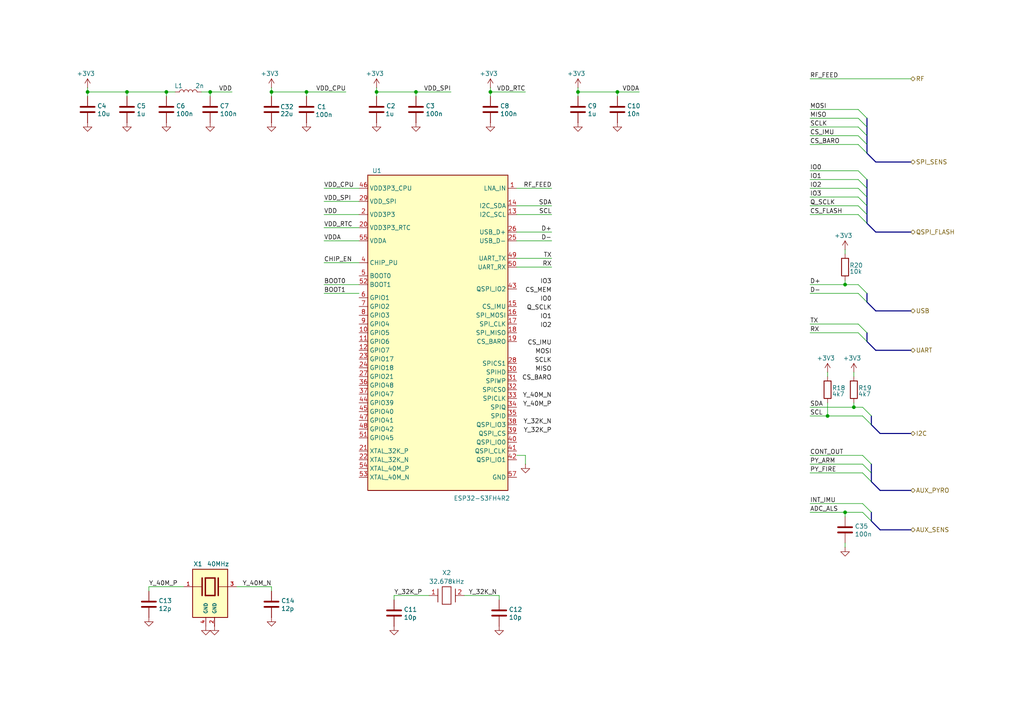
<source format=kicad_sch>
(kicad_sch (version 20250114) (generator "eeschema") (generator_version "9.0")
  (paper "A4")
  (lib_symbols
    (symbol "Device:C" (pin_numbers (hide yes)) (pin_names (offset 0.254))
      (property "Reference" "C" (at 0.635 2.54 0))
      (property "Value" "C" (at 0.635 -2.54 0))
      (symbol "C_0_1"
        (polyline (pts (xy -2.032 0.762) (xy 2.032 0.762)) (stroke (width 0.508)))
        (polyline (pts (xy -2.032 -0.762) (xy 2.032 -0.762)) (stroke (width 0.508)))
      )
      (symbol "C_1_1"
        (pin passive line (at 0 3.81 270) (length 2.794) (name "~") (number "1"))
        (pin passive line (at 0 -3.81 90) (length 2.794) (name "~") (number "2"))
      )
    )
    (symbol "Device:L" (pin_numbers (hide yes)) (pin_names (offset 1.016) (hide yes))
      (property "Reference" "L" (at -1.27 0 90))
      (property "Value" "L" (at 1.905 0 90))
      (symbol "L_0_1"
        (arc (start 0 2.54) (mid 0.6323 1.905) (end 0 1.27))
        (arc (start 0 1.27) (mid 0.6323 0.635) (end 0 0))
        (arc (start 0 0) (mid 0.6323 -0.635) (end 0 -1.27))
        (arc (start 0 -1.27) (mid 0.6323 -1.905) (end 0 -2.54))
      )
      (symbol "L_1_1"
        (pin passive line (at 0 3.81 270) (length 1.27) (name "1") (number "1"))
        (pin passive line (at 0 -3.81 90) (length 1.27) (name "2") (number "2"))
      )
    )
    (symbol "Device:R" (pin_numbers (hide yes)) (pin_names (offset 0))
      (property "Reference" "R" (at 2.032 0 90))
      (property "Value" "R" (at 0 0 90))
      (symbol "R_0_1"
        (rectangle (start -1.016 -2.54) (end 1.016 2.54) (stroke (width 0.254)))
      )
      (symbol "R_1_1"
        (pin passive line (at 0 3.81 270) (length 1.27) (name "~") (number "1"))
        (pin passive line (at 0 -3.81 90) (length 1.27) (name "~") (number "2"))
      )
    )
    (symbol "ModLib:+3V3" (power) (pin_numbers (hide yes)) (pin_names (offset 0) (hide yes))
      (property "Value" "+3V3" (at -0.508 3.556 0))
      (symbol "+3V3_0_1"
        (polyline (pts (xy -0.762 1.27) (xy 0 2.54)))
        (polyline (pts (xy 0 2.54) (xy 0.762 1.27)))
        (polyline (pts (xy 0 0) (xy 0 2.54)))
      )
      (symbol "+3V3_1_1"
        (pin power_in line (at 0 0 90) (length 0) (name "~") (number "1"))
      )
    )
    (symbol "ModLib:ESP32-S3"
      (property "Reference" "U1" (at -19.05 55.88 0))
      (property "Value" "ESP32-S3FH4R2" (at 4.572 -39.116 0))
      (symbol "ESP32-S3_0_1"
        (rectangle (start -20.32 54.61) (end 20.32 -36.83) (stroke (width 0.254)) (fill (type background)))
      )
      (symbol "ESP32-S3_1_0"
        (pin passive line (at -22.86 35.56 0) (length 2.54) (hide yes) (name "VDDA") (number "56"))
        (pin bidirectional line (at -22.86 -6.35 0) (length 2.54) (name "GPIO48") (number "36"))
        (pin bidirectional line (at -22.86 -13.97 0) (length 2.54) (name "GPIO40") (number "45"))
        (pin bidirectional line (at -22.86 -21.59 0) (length 2.54) (name "GPIO45") (number "51"))
      )
      (symbol "ESP32-S3_1_1"
        (pin power_in line (at -22.86 50.8 0) (length 2.54) (name "VDD3P3_CPU") (number "46"))
        (pin power_in line (at -22.86 46.99 0) (length 2.54) (name "VDD_SPI") (number "29"))
        (pin power_in line (at -22.86 43.18 0) (length 2.54) (name "VDD3P3") (number "2"))
        (pin passive line (at -22.86 43.18 0) (length 2.54) (hide yes) (name "VDD3P3") (number "3"))
        (pin power_in line (at -22.86 39.37 0) (length 2.54) (name "VDD3P3_RTC") (number "20"))
        (pin power_in line (at -22.86 35.56 0) (length 2.54) (name "VDDA") (number "55"))
        (pin input line (at -22.86 29.21 0) (length 2.54) (name "CHIP_PU") (number "4"))
        (pin bidirectional line (at -22.86 25.4 0) (length 2.54) (name "BOOT0") (number "5"))
        (pin bidirectional line (at -22.86 22.86 0) (length 2.54) (name "BOOT1") (number "52"))
        (pin bidirectional line (at -22.86 19.05 0) (length 2.54) (name "GPIO1") (number "6"))
        (pin bidirectional line (at -22.86 16.51 0) (length 2.54) (name "GPIO2") (number "7"))
        (pin bidirectional line (at -22.86 13.97 0) (length 2.54) (name "GPIO3") (number "8"))
        (pin bidirectional line (at -22.86 11.43 0) (length 2.54) (name "GPIO4") (number "9"))
        (pin bidirectional line (at -22.86 8.89 0) (length 2.54) (name "GPIO5") (number "10"))
        (pin bidirectional line (at -22.86 6.35 0) (length 2.54) (name "GPIO6") (number "11"))
        (pin bidirectional line (at -22.86 3.81 0) (length 2.54) (name "GPIO7") (number "12"))
        (pin bidirectional line (at -22.86 1.27 0) (length 2.54) (name "GPIO17") (number "23"))
        (pin bidirectional line (at -22.86 -1.27 0) (length 2.54) (name "GPIO18") (number "24"))
        (pin bidirectional line (at -22.86 -3.81 0) (length 2.54) (name "GPIO21") (number "27"))
        (pin bidirectional line (at -22.86 -8.89 0) (length 2.54) (name "GPIO47") (number "37"))
        (pin bidirectional line (at -22.86 -11.43 0) (length 2.54) (name "GPIO39") (number "44"))
        (pin bidirectional line (at -22.86 -16.51 0) (length 2.54) (name "GPIO41") (number "47"))
        (pin bidirectional line (at -22.86 -19.05 0) (length 2.54) (name "GPIO42") (number "48"))
        (pin passive line (at -22.86 -25.4 0) (length 2.54) (name "XTAL_32K_P") (number "21"))
        (pin passive line (at -22.86 -27.94 0) (length 2.54) (name "XTAL_32K_N") (number "22"))
        (pin input line (at -22.86 -30.48 0) (length 2.54) (name "XTAL_40M_P") (number "54"))
        (pin output line (at -22.86 -33.02 0) (length 2.54) (name "XTAL_40M_N") (number "53"))
        (pin bidirectional line (at 22.86 50.8 180) (length 2.54) (name "LNA_IN") (number "1"))
        (pin bidirectional line (at 22.86 45.72 180) (length 2.54) (name "I2C_SDA") (number "14"))
        (pin bidirectional line (at 22.86 43.18 180) (length 2.54) (name "I2C_SCL") (number "13"))
        (pin bidirectional line (at 22.86 38.1 180) (length 2.54) (name "USB_D+") (number "26"))
        (pin bidirectional line (at 22.86 35.56 180) (length 2.54) (name "USB_D-") (number "25"))
        (pin bidirectional line (at 22.86 30.48 180) (length 2.54) (name "UART_TX") (number "49"))
        (pin bidirectional line (at 22.86 27.94 180) (length 2.54) (name "UART_RX") (number "50"))
        (pin bidirectional line (at 22.86 21.59 180) (length 2.54) (name "QSPI_IO2") (number "43"))
        (pin bidirectional line (at 22.86 16.51 180) (length 2.54) (name "CS_IMU") (number "15"))
        (pin bidirectional line (at 22.86 13.97 180) (length 2.54) (name "SPI_MOSI") (number "16"))
        (pin bidirectional line (at 22.86 11.43 180) (length 2.54) (name "SPI_CLK") (number "17"))
        (pin bidirectional line (at 22.86 8.89 180) (length 2.54) (name "SPI_MISO") (number "18"))
        (pin bidirectional line (at 22.86 6.35 180) (length 2.54) (name "CS_BARO") (number "19"))
        (pin bidirectional line (at 22.86 0 180) (length 2.54) (name "SPICS1") (number "28"))
        (pin bidirectional line (at 22.86 -2.54 180) (length 2.54) (name "SPIHD") (number "30"))
        (pin bidirectional line (at 22.86 -5.08 180) (length 2.54) (name "SPIWP") (number "31"))
        (pin bidirectional line (at 22.86 -7.62 180) (length 2.54) (name "SPICS0") (number "32"))
        (pin bidirectional line (at 22.86 -10.16 180) (length 2.54) (name "SPICLK") (number "33"))
        (pin bidirectional line (at 22.86 -12.7 180) (length 2.54) (name "SPIQ") (number "34"))
        (pin bidirectional line (at 22.86 -15.24 180) (length 2.54) (name "SPID") (number "35"))
        (pin bidirectional line (at 22.86 -17.78 180) (length 2.54) (name "QSPI_IO3") (number "38"))
        (pin bidirectional line (at 22.86 -20.32 180) (length 2.54) (name "QSPI_CS") (number "39"))
        (pin bidirectional line (at 22.86 -22.86 180) (length 2.54) (name "QSPI_IO0") (number "40"))
        (pin bidirectional line (at 22.86 -25.4 180) (length 2.54) (name "QSPI_CLK") (number "41"))
        (pin bidirectional line (at 22.86 -27.94 180) (length 2.54) (name "QSPI_IO1") (number "42"))
        (pin power_in line (at 22.86 -33.02 180) (length 2.54) (name "GND") (number "57"))
      )
    )
    (symbol "ModLib:GND" (power) (pin_numbers (hide yes)) (pin_names (offset 0) (hide yes))
      (symbol "GND_0_1"
        (polyline (pts (xy 0 0) (xy 0 -1.27) (xy 1.27 -1.27) (xy 0 -2.54) (xy -1.27 -1.27) (xy 0 -1.27)))
      )
      (symbol "GND_1_1"
        (pin power_in line (at 0 0 270) (length 0) (name "~") (number "1"))
      )
    )
    (symbol "Snapeda:ABM12W-40.0000MHZ-8-B1U-T3" (pin_names (offset 1.016))
      (property "Reference" "X1" (at 0 10.16 0))
      (property "Value" "Crystal_40MHz" (at 0 7.62 0))
      (symbol "ABM12W-40.0000MHZ-8-B1U-T3_0_0"
        (rectangle (start -5.08 5.08) (end 5.08 -8.89) (stroke (width 0.254)) (fill (type background)))
        (polyline (pts (xy -5.08 0) (xy -2.54 0)) (stroke (width 0.1524)))
        (polyline (pts (xy -2.3368 2.54) (xy -2.3368 -2.54)) (stroke (width 0.4064)))
        (polyline (pts (xy -1.397 2.54) (xy -1.397 -2.54)) (stroke (width 0.4064)))
        (polyline (pts (xy -1.397 2.54) (xy 1.397 2.54)) (stroke (width 0.4064)))
        (polyline (pts (xy 1.397 2.54) (xy 1.397 -2.54)) (stroke (width 0.4064)))
        (polyline (pts (xy 1.397 -2.54) (xy -1.397 -2.54)) (stroke (width 0.4064)))
        (polyline (pts (xy 2.3368 2.54) (xy 2.3368 -2.54)) (stroke (width 0.4064)))
        (polyline (pts (xy 2.54 0) (xy 5.08 0)) (stroke (width 0.1524)))
        (pin passive line (at -7.62 0 0) (length 2.54) (name "~") (number "1"))
        (pin power_in line (at -1.27 -11.43 90) (length 2.54) (name "GND") (number "4"))
        (pin power_in line (at 1.27 -11.43 90) (length 2.54) (name "GND") (number "2"))
        (pin passive line (at 7.62 0 180) (length 2.54) (name "~") (number "3"))
      )
    )
    (symbol "Snapeda:CM8V-T1A-32.768KHZ-7PF-20PPM-TA-QC" (pin_names (offset 0.254))
      (property "Reference" "X2" (at 5.08 7.62 0))
      (property "Value" "Crystal_32.678kHz" (at 5.08 5.08 0))
      (symbol "CM8V-T1A-32.768KHZ-7PF-20PPM-TA-QC_1_1"
        (polyline (pts (xy 2.54 -1.905) (xy 2.54 1.905)) (stroke (width 0.2032)))
        (polyline (pts (xy 3.81 2.54) (xy 6.35 2.54)) (stroke (width 0.2032)))
        (polyline (pts (xy 3.81 -2.54) (xy 3.81 2.54)) (stroke (width 0.2032)))
        (polyline (pts (xy 6.35 2.54) (xy 6.35 -2.54)) (stroke (width 0.2032)))
        (polyline (pts (xy 6.35 -2.54) (xy 3.81 -2.54)) (stroke (width 0.2032)))
        (polyline (pts (xy 7.62 -1.905) (xy 7.62 1.905)) (stroke (width 0.2032)))
        (pin unspecified line (at 0 0 0) (length 2.54) (name "") (number "1"))
        (pin unspecified line (at 10.16 0 180) (length 2.54) (name "") (number "2"))
      )
      (symbol "CM8V-T1A-32.768KHZ-7PF-20PPM-TA-QC_1_2"
        (polyline (pts (xy -2.54 6.35) (xy 2.54 6.35)) (stroke (width 0.2032)))
        (polyline (pts (xy -2.54 3.81) (xy -2.54 6.35)) (stroke (width 0.2032)))
        (polyline (pts (xy 1.905 7.62) (xy -1.905 7.62)) (stroke (width 0.2032)))
        (polyline (pts (xy 1.905 2.54) (xy -1.905 2.54)) (stroke (width 0.2032)))
        (polyline (pts (xy 2.54 6.35) (xy 2.54 3.81)) (stroke (width 0.2032)))
        (polyline (pts (xy 2.54 3.81) (xy -2.54 3.81)) (stroke (width 0.2032)))
        (pin unspecified line (at 0 10.16 270) (length 2.54) (name "2") (number "2"))
        (pin unspecified line (at 0 0 90) (length 2.54) (name "1") (number "1"))
      )
    )
  )
  (junction (at 60.96 26.67))
  (junction (at 78.74 26.67))
  (junction (at 247.65 118.11))
  (junction (at 120.65 26.67))
  (junction (at 167.64 26.67))
  (junction (at 142.24 26.67))
  (junction (at 88.9 26.67))
  (junction (at 25.4 26.67))
  (junction (at 48.26 26.67))
  (junction (at 245.11 82.55))
  (junction (at 109.22 26.67))
  (junction (at 245.11 148.59))
  (junction (at 179.07 26.67))
  (junction (at 240.03 120.65))
  (junction (at 36.83 26.67))
  (bus_entry (at 248.92 57.15) (size 2.54 2.54))
  (bus_entry (at 248.92 52.07) (size 2.54 2.54))
  (bus_entry (at 248.92 36.83) (size 2.54 2.54))
  (bus_entry (at 248.92 96.52) (size 2.54 2.54))
  (bus_entry (at 248.92 34.29) (size 2.54 2.54))
  (bus_entry (at 250.19 137.16) (size 2.54 2.54))
  (bus_entry (at 250.19 120.65) (size 2.54 2.54))
  (bus_entry (at 250.19 118.11) (size 2.54 2.54))
  (bus_entry (at 248.92 59.69) (size 2.54 2.54))
  (bus_entry (at 248.92 62.23) (size 2.54 2.54))
  (bus_entry (at 248.92 41.91) (size 2.54 2.54))
  (bus_entry (at 248.92 54.61) (size 2.54 2.54))
  (bus_entry (at 248.92 49.53) (size 2.54 2.54))
  (bus_entry (at 250.19 134.62) (size 2.54 2.54))
  (bus_entry (at 248.92 39.37) (size 2.54 2.54))
  (bus_entry (at 250.19 148.59) (size 2.54 2.54))
  (bus_entry (at 250.19 132.08) (size 2.54 2.54))
  (bus_entry (at 248.92 85.09) (size 2.54 2.54))
  (bus_entry (at 248.92 82.55) (size 2.54 2.54))
  (bus_entry (at 248.92 31.75) (size 2.54 2.54))
  (bus_entry (at 248.92 93.98) (size 2.54 2.54))
  (bus_entry (at 250.19 146.05) (size 2.54 2.54))
  (wire (pts (xy 120.65 26.67) (xy 120.65 27.94)))
  (wire (pts (xy 149.86 59.69) (xy 160.02 59.69)))
  (wire (pts (xy 234.95 22.86) (xy 264.16 22.86)))
  (wire (pts (xy 240.03 107.95) (xy 240.03 109.22)))
  (wire (pts (xy 234.95 54.61) (xy 248.92 54.61)))
  (wire (pts (xy 144.78 172.72) (xy 144.78 173.99)))
  (wire (pts (xy 245.11 148.59) (xy 250.19 148.59)))
  (wire (pts (xy 78.74 170.18) (xy 78.74 171.45)))
  (wire (pts (xy 234.95 36.83) (xy 248.92 36.83)))
  (wire (pts (xy 142.24 25.4) (xy 142.24 26.67)))
  (wire (pts (xy 149.86 132.08) (xy 152.4 132.08)))
  (wire (pts (xy 234.95 62.23) (xy 248.92 62.23)))
  (bus (pts (xy 252.73 148.59) (xy 252.73 151.13)))
  (wire (pts (xy 152.4 132.08) (xy 152.4 134.62)))
  (bus (pts (xy 254 67.31) (xy 264.16 67.31)))
  (bus (pts (xy 251.46 85.09) (xy 251.46 87.63)))
  (wire (pts (xy 234.95 148.59) (xy 245.11 148.59)))
  (wire (pts (xy 167.64 25.4) (xy 167.64 26.67)))
  (wire (pts (xy 93.98 82.55) (xy 104.14 82.55)))
  (bus (pts (xy 251.46 87.63) (xy 254 90.17)))
  (wire (pts (xy 240.03 116.84) (xy 240.03 120.65)))
  (bus (pts (xy 251.46 62.23) (xy 251.46 64.77)))
  (wire (pts (xy 245.11 72.39) (xy 245.11 73.66)))
  (wire (pts (xy 109.22 26.67) (xy 109.22 27.94)))
  (bus (pts (xy 255.27 142.24) (xy 264.16 142.24)))
  (wire (pts (xy 48.26 26.67) (xy 50.8 26.67)))
  (bus (pts (xy 252.73 120.65) (xy 252.73 123.19)))
  (wire (pts (xy 234.95 137.16) (xy 250.19 137.16)))
  (bus (pts (xy 254 101.6) (xy 264.16 101.6)))
  (wire (pts (xy 134.62 172.72) (xy 144.78 172.72)))
  (bus (pts (xy 252.73 134.62) (xy 252.73 137.16)))
  (wire (pts (xy 25.4 25.4) (xy 25.4 26.67)))
  (wire (pts (xy 93.98 66.04) (xy 104.14 66.04)))
  (wire (pts (xy 152.4 26.67) (xy 142.24 26.67)))
  (bus (pts (xy 251.46 96.52) (xy 251.46 99.06)))
  (wire (pts (xy 234.95 49.53) (xy 248.92 49.53)))
  (wire (pts (xy 78.74 25.4) (xy 78.74 26.67)))
  (bus (pts (xy 251.46 41.91) (xy 251.46 44.45)))
  (wire (pts (xy 130.81 26.67) (xy 120.65 26.67)))
  (wire (pts (xy 149.86 69.85) (xy 160.02 69.85)))
  (wire (pts (xy 234.95 39.37) (xy 248.92 39.37)))
  (wire (pts (xy 234.95 52.07) (xy 248.92 52.07)))
  (bus (pts (xy 254 90.17) (xy 264.16 90.17)))
  (bus (pts (xy 251.46 57.15) (xy 251.46 59.69)))
  (wire (pts (xy 240.03 120.65) (xy 250.19 120.65)))
  (wire (pts (xy 100.33 26.67) (xy 88.9 26.67)))
  (wire (pts (xy 234.95 82.55) (xy 245.11 82.55)))
  (bus (pts (xy 251.46 99.06) (xy 254 101.6)))
  (wire (pts (xy 88.9 26.67) (xy 88.9 27.94)))
  (wire (pts (xy 234.95 41.91) (xy 248.92 41.91)))
  (wire (pts (xy 234.95 132.08) (xy 250.19 132.08)))
  (wire (pts (xy 234.95 31.75) (xy 248.92 31.75)))
  (bus (pts (xy 252.73 139.7) (xy 255.27 142.24)))
  (bus (pts (xy 251.46 54.61) (xy 251.46 57.15)))
  (wire (pts (xy 25.4 26.67) (xy 36.83 26.67)))
  (wire (pts (xy 247.65 118.11) (xy 250.19 118.11)))
  (wire (pts (xy 149.86 74.93) (xy 160.02 74.93)))
  (bus (pts (xy 251.46 39.37) (xy 251.46 41.91)))
  (wire (pts (xy 149.86 77.47) (xy 160.02 77.47)))
  (wire (pts (xy 247.65 107.95) (xy 247.65 109.22)))
  (wire (pts (xy 245.11 82.55) (xy 248.92 82.55)))
  (wire (pts (xy 93.98 62.23) (xy 104.14 62.23)))
  (wire (pts (xy 234.95 59.69) (xy 248.92 59.69)))
  (wire (pts (xy 245.11 149.86) (xy 245.11 148.59)))
  (wire (pts (xy 93.98 85.09) (xy 104.14 85.09)))
  (wire (pts (xy 149.86 62.23) (xy 160.02 62.23)))
  (wire (pts (xy 245.11 157.48) (xy 245.11 158.75)))
  (bus (pts (xy 254 46.99) (xy 264.16 46.99)))
  (wire (pts (xy 114.3 172.72) (xy 114.3 173.99)))
  (wire (pts (xy 149.86 67.31) (xy 160.02 67.31)))
  (bus (pts (xy 255.27 125.73) (xy 264.16 125.73)))
  (wire (pts (xy 234.95 93.98) (xy 248.92 93.98)))
  (wire (pts (xy 179.07 26.67) (xy 179.07 27.94)))
  (wire (pts (xy 78.74 26.67) (xy 88.9 26.67)))
  (wire (pts (xy 93.98 76.2) (xy 104.14 76.2)))
  (wire (pts (xy 234.95 146.05) (xy 250.19 146.05)))
  (wire (pts (xy 48.26 26.67) (xy 48.26 27.94)))
  (wire (pts (xy 93.98 69.85) (xy 104.14 69.85)))
  (bus (pts (xy 252.73 151.13) (xy 255.27 153.67)))
  (wire (pts (xy 114.3 172.72) (xy 124.46 172.72)))
  (bus (pts (xy 251.46 36.83) (xy 251.46 39.37)))
  (wire (pts (xy 234.95 118.11) (xy 247.65 118.11)))
  (wire (pts (xy 234.95 134.62) (xy 250.19 134.62)))
  (wire (pts (xy 25.4 26.67) (xy 25.4 27.94)))
  (wire (pts (xy 234.95 96.52) (xy 248.92 96.52)))
  (bus (pts (xy 251.46 44.45) (xy 254 46.99)))
  (wire (pts (xy 149.86 54.61) (xy 160.02 54.61)))
  (bus (pts (xy 251.46 52.07) (xy 251.46 54.61)))
  (wire (pts (xy 179.07 26.67) (xy 185.42 26.67)))
  (wire (pts (xy 36.83 26.67) (xy 48.26 26.67)))
  (wire (pts (xy 167.64 26.67) (xy 179.07 26.67)))
  (wire (pts (xy 247.65 116.84) (xy 247.65 118.11)))
  (wire (pts (xy 234.95 120.65) (xy 240.03 120.65)))
  (wire (pts (xy 60.96 26.67) (xy 67.31 26.67)))
  (bus (pts (xy 252.73 137.16) (xy 252.73 139.7)))
  (wire (pts (xy 43.18 170.18) (xy 43.18 171.45)))
  (wire (pts (xy 78.74 27.94) (xy 78.74 26.67)))
  (wire (pts (xy 245.11 81.28) (xy 245.11 82.55)))
  (bus (pts (xy 251.46 59.69) (xy 251.46 62.23)))
  (wire (pts (xy 167.64 26.67) (xy 167.64 27.94)))
  (wire (pts (xy 58.42 26.67) (xy 60.96 26.67)))
  (wire (pts (xy 142.24 26.67) (xy 142.24 27.94)))
  (wire (pts (xy 36.83 26.67) (xy 36.83 27.94)))
  (wire (pts (xy 234.95 34.29) (xy 248.92 34.29)))
  (wire (pts (xy 109.22 26.67) (xy 120.65 26.67)))
  (wire (pts (xy 60.96 26.67) (xy 60.96 27.94)))
  (wire (pts (xy 234.95 85.09) (xy 248.92 85.09)))
  (wire (pts (xy 109.22 25.4) (xy 109.22 26.67)))
  (wire (pts (xy 93.98 54.61) (xy 104.14 54.61)))
  (wire (pts (xy 93.98 58.42) (xy 104.14 58.42)))
  (bus (pts (xy 255.27 153.67) (xy 264.16 153.67)))
  (bus (pts (xy 252.73 123.19) (xy 255.27 125.73)))
  (wire (pts (xy 68.58 170.18) (xy 78.74 170.18)))
  (wire (pts (xy 53.34 170.18) (xy 43.18 170.18)))
  (wire (pts (xy 234.95 57.15) (xy 248.92 57.15)))
  (bus (pts (xy 251.46 34.29) (xy 251.46 36.83)))
  (bus (pts (xy 251.46 64.77) (xy 254 67.31)))
  (label "Y_40M_N" (at 78.74 170.18 180))
  (label "CHIP_EN" (at 93.98 76.2 0))
  (label "VDD" (at 93.98 62.23 0))
  (label "MISO" (at 234.95 34.29 0))
  (label "D-" (at 234.95 85.09 0))
  (label "MOSI" (at 160.02 102.87 180))
  (label "VDD_CPU" (at 100.33 26.67 180))
  (label "CS_BARO" (at 160.02 110.49 180))
  (label "CS_IMU" (at 160.02 100.33 180))
  (label "CONT_OUT" (at 234.95 132.08 0))
  (label "ADC_ALS" (at 234.95 148.59 0))
  (label "VDD_SPI" (at 93.98 58.42 0))
  (label "TX" (at 234.95 93.98 0))
  (label "IO3" (at 234.95 57.15 0))
  (label "Y_32K_N" (at 160.02 123.19 180))
  (label "MISO" (at 160.02 107.95 180))
  (label "BOOT0" (at 93.98 82.55 0))
  (label "SCLK" (at 160.02 105.41 180))
  (label "PY_FIRE" (at 234.95 137.16 0))
  (label "CS_MEM" (at 160.02 85.09 180))
  (label "VDD_CPU" (at 93.98 54.61 0))
  (label "INT_IMU" (at 234.95 146.05 0))
  (label "SCL" (at 160.02 62.23 180))
  (label "RF_FEED" (at 234.95 22.86 0))
  (label "Y_40M_P" (at 43.18 170.18 0))
  (label "SCLK" (at 234.95 36.83 0))
  (label "VDD_RTC" (at 93.98 66.04 0))
  (label "IO0" (at 160.02 87.63 180))
  (label "SDA" (at 160.02 59.69 180))
  (label "VDD_SPI" (at 130.81 26.67 180))
  (label "Y_40M_N" (at 160.02 115.57 180))
  (label "SCL" (at 234.95 120.65 0))
  (label "CS_BARO" (at 234.95 41.91 0))
  (label "IO1" (at 234.95 52.07 0))
  (label "TX" (at 160.02 74.93 180))
  (label "D+" (at 160.02 67.31 180))
  (label "IO1" (at 160.02 92.71 180))
  (label "VDD" (at 67.31 26.67 180))
  (label "D+" (at 234.95 82.55 0))
  (label "D-" (at 160.02 69.85 180))
  (label "Y_40M_P" (at 160.02 118.11 180))
  (label "CS_FLASH" (at 234.95 62.23 0))
  (label "Q_SCLK" (at 160.02 90.17 180))
  (label "VDDA" (at 93.98 69.85 0))
  (label "CS_IMU" (at 234.95 39.37 0))
  (label "SDA" (at 234.95 118.11 0))
  (label "BOOT1" (at 93.98 85.09 0))
  (label "IO0" (at 234.95 49.53 0))
  (label "Y_32K_P" (at 160.02 125.73 180))
  (label "Q_SCLK" (at 234.95 59.69 0))
  (label "Y_32K_N" (at 135.89 172.72 0))
  (label "RX" (at 160.02 77.47 180))
  (label "VDDA" (at 185.42 26.67 180))
  (label "Y_32K_P" (at 114.3 172.72 0))
  (label "PY_ARM" (at 234.95 134.62 0))
  (label "IO2" (at 160.02 95.25 180))
  (label "VDD_RTC" (at 152.4 26.67 180))
  (label "RF_FEED" (at 160.02 54.61 180))
  (label "RX" (at 234.95 96.52 0))
  (label "IO2" (at 234.95 54.61 0))
  (label "IO3" (at 160.02 82.55 180))
  (label "MOSI" (at 234.95 31.75 0))
  (hierarchical_label "AUX_PYRO" (shape bidirectional) (at 264.16 142.24 0))
  (hierarchical_label "SPI_SENS" (shape bidirectional) (at 264.16 46.99 0))
  (hierarchical_label "UART" (shape bidirectional) (at 264.16 101.6 0))
  (hierarchical_label "QSPI_FLASH" (shape bidirectional) (at 264.16 67.31 0))
  (hierarchical_label "I2C" (shape bidirectional) (at 264.16 125.73 0))
  (hierarchical_label "USB" (shape bidirectional) (at 264.16 90.17 0))
  (hierarchical_label "RF" (shape bidirectional) (at 264.16 22.86 0))
  (hierarchical_label "AUX_SENS" (shape bidirectional) (at 264.16 153.67 0))
  (symbol (lib_id "Device:C") (at 78.74 31.75 0) (unit 1)
    (property "Reference" "C32" (at 81.28 30.988 0) (effects (justify left)))
    (property "Value" "22u" (at 81.28 33.02 0) (effects (justify left)))
    (property "Footprint" "Capacitor_SMD:C_0805_2012Metric" (effects (hide yes)))
    (property "Description" "Unpolarized capacitor" (effects (hide yes)))
  )
  (symbol (lib_id "Device:C") (at 179.07 31.75 0) (unit 1)
    (property "Reference" "C10" (at 181.864 30.734 0) (effects (justify left)))
    (property "Value" "10n" (at 181.864 33.02 0) (effects (justify left)))
    (property "Footprint" "Capacitor_SMD:C_0402_1005Metric" (effects (hide yes)))
    (property "Description" "Unpolarized capacitor" (effects (hide yes)))
  )
  (symbol (lib_id "ModLib:GND") (at 25.4 35.56 0) (unit 1)
    (property "Reference" "#PWR09" (effects (hide yes)))
    (property "Value" "GND" (effects (hide yes)))
    (property "Description" "Power symbol creates a global label with name \"GND\" , ground" (effects (hide yes)))
  )
  (symbol (lib_id "ModLib:GND") (at 78.74 35.56 0) (unit 1)
    (property "Reference" "#PWR076" (effects (hide yes)))
    (property "Value" "GND" (effects (hide yes)))
    (property "Description" "Power symbol creates a global label with name \"GND\" , ground" (effects (hide yes)))
  )
  (symbol (lib_id "ModLib:GND") (at 43.18 179.07 0) (unit 1)
    (property "Reference" "#PWR018" (effects (hide yes)))
    (property "Value" "GND" (effects (hide yes)))
    (property "Description" "Power symbol creates a global label with name \"GND\" , ground" (effects (hide yes)))
  )
  (symbol (lib_id "ModLib:GND") (at 167.64 35.56 0) (unit 1)
    (property "Reference" "#PWR012" (effects (hide yes)))
    (property "Value" "GND" (effects (hide yes)))
    (property "Description" "Power symbol creates a global label with name \"GND\" , ground" (effects (hide yes)))
  )
  (symbol (lib_id "ModLib:+3V3") (at 245.11 72.39 0) (unit 1)
    (property "Reference" "#PWR079" (effects (hide yes)))
    (property "Value" "+3V3" (at 244.602 68.326 0))
    (property "Description" "Power symbol creates a global label with name \"+3V3\"" (effects (hide yes)))
  )
  (symbol (lib_id "ModLib:+3V3") (at 142.24 25.4 0) (unit 1)
    (property "Reference" "#PWR014" (effects (hide yes)))
    (property "Value" "+3V3" (at 141.732 21.336 0))
    (property "Description" "Power symbol creates a global label with name \"+3V3\"" (effects (hide yes)))
  )
  (symbol (lib_id "ModLib:GND") (at 245.11 158.75 0) (unit 1)
    (property "Reference" "#PWR090" (effects (hide yes)))
    (property "Value" "GND" (effects (hide yes)))
    (property "Description" "Power symbol creates a global label with name \"GND\" , ground" (effects (hide yes)))
  )
  (symbol (lib_id "Device:C") (at 78.74 175.26 0) (unit 1)
    (property "Reference" "C14" (at 81.534 174.244 0) (effects (justify left)))
    (property "Value" "12p" (at 81.534 176.53 0) (effects (justify left)))
    (property "Footprint" "Capacitor_SMD:C_0402_1005Metric" (effects (hide yes)))
    (property "Description" "Unpolarized capacitor" (effects (hide yes)))
  )
  (symbol (lib_id "Device:C") (at 25.4 31.75 0) (unit 1)
    (property "Reference" "C4" (at 28.194 30.734 0) (effects (justify left)))
    (property "Value" "10u" (at 28.194 33.02 0) (effects (justify left)))
    (property "Footprint" "Capacitor_SMD:C_0402_1005Metric" (effects (hide yes)))
    (property "Description" "Unpolarized capacitor" (effects (hide yes)))
  )
  (symbol (lib_id "ModLib:+3V3") (at 109.22 25.4 0) (unit 1)
    (property "Reference" "#PWR03" (effects (hide yes)))
    (property "Value" "+3V3" (at 108.712 21.336 0))
    (property "Description" "Power symbol creates a global label with name \"+3V3\"" (effects (hide yes)))
  )
  (symbol (lib_id "ModLib:+3V3") (at 247.65 107.95 0) (unit 1)
    (property "Reference" "#PWR078" (effects (hide yes)))
    (property "Value" "+3V3" (at 247.142 103.886 0))
    (property "Description" "Power symbol creates a global label with name \"+3V3\"" (effects (hide yes)))
  )
  (symbol (lib_id "ModLib:GND") (at 144.78 181.61 0) (unit 1)
    (property "Reference" "#PWR017" (effects (hide yes)))
    (property "Value" "GND" (effects (hide yes)))
    (property "Description" "Power symbol creates a global label with name \"GND\" , ground" (effects (hide yes)))
  )
  (symbol (lib_id "Device:C") (at 114.3 177.8 0) (unit 1)
    (property "Reference" "C11" (at 117.094 176.784 0) (effects (justify left)))
    (property "Value" "10p" (at 117.094 179.07 0) (effects (justify left)))
    (property "Footprint" "Capacitor_SMD:C_0402_1005Metric" (effects (hide yes)))
    (property "Description" "Unpolarized capacitor" (effects (hide yes)))
  )
  (symbol (lib_id "Device:C") (at 245.11 153.67 0) (unit 1)
    (property "Reference" "C35" (at 247.904 152.654 0) (effects (justify left)))
    (property "Value" "100n" (at 247.904 154.94 0) (effects (justify left)))
    (property "Footprint" "Capacitor_SMD:C_0402_1005Metric" (effects (hide yes)))
    (property "Description" "Unpolarized capacitor" (effects (hide yes)))
  )
  (symbol (lib_id "ModLib:GND") (at 179.07 35.56 0) (unit 1)
    (property "Reference" "#PWR013" (effects (hide yes)))
    (property "Value" "GND" (effects (hide yes)))
    (property "Description" "Power symbol creates a global label with name \"GND\" , ground" (effects (hide yes)))
  )
  (symbol (lib_id "ModLib:GND") (at 78.74 179.07 0) (unit 1)
    (property "Reference" "#PWR019" (effects (hide yes)))
    (property "Value" "GND" (effects (hide yes)))
    (property "Description" "Power symbol creates a global label with name \"GND\" , ground" (effects (hide yes)))
  )
  (symbol (lib_id "Device:R") (at 247.65 113.03 0) (unit 1)
    (property "Reference" "R19" (at 248.92 112.522 0) (effects (justify left)))
    (property "Value" "4k7" (at 248.92 114.3 0) (effects (justify left)))
    (property "Footprint" "Resistor_SMD:R_0402_1005Metric" (effects (hide yes)))
    (property "Description" "Resistor" (effects (hide yes)))
  )
  (symbol (lib_id "Device:C") (at 142.24 31.75 0) (unit 1)
    (property "Reference" "C8" (at 145.034 30.734 0) (effects (justify left)))
    (property "Value" "100n" (at 145.034 33.02 0) (effects (justify left)))
    (property "Footprint" "Capacitor_SMD:C_0402_1005Metric" (effects (hide yes)))
    (property "Description" "Unpolarized capacitor" (effects (hide yes)))
  )
  (symbol (lib_id "ModLib:GND") (at 88.9 35.56 0) (unit 1)
    (property "Reference" "#PWR02" (effects (hide yes)))
    (property "Value" "GND" (effects (hide yes)))
    (property "Description" "Power symbol creates a global label with name \"GND\" , ground" (effects (hide yes)))
  )
  (symbol (lib_id "ModLib:GND") (at 48.26 35.56 0) (unit 1)
    (property "Reference" "#PWR06" (effects (hide yes)))
    (property "Value" "GND" (effects (hide yes)))
    (property "Description" "Power symbol creates a global label with name \"GND\" , ground" (effects (hide yes)))
  )
  (symbol (lib_id "Device:C") (at 144.78 177.8 0) (unit 1)
    (property "Reference" "C12" (at 147.574 176.784 0) (effects (justify left)))
    (property "Value" "10p" (at 147.574 179.07 0) (effects (justify left)))
    (property "Footprint" "Capacitor_SMD:C_0402_1005Metric" (effects (hide yes)))
    (property "Description" "Unpolarized capacitor" (effects (hide yes)))
  )
  (symbol (lib_id "ModLib:GND") (at 36.83 35.56 0) (unit 1)
    (property "Reference" "#PWR08" (effects (hide yes)))
    (property "Value" "GND" (effects (hide yes)))
    (property "Description" "Power symbol creates a global label with name \"GND\" , ground" (effects (hide yes)))
  )
  (symbol (lib_id "ModLib:GND") (at 59.69 181.61 0) (unit 1)
    (property "Reference" "#PWR080" (effects (hide yes)))
    (property "Value" "GND" (effects (hide yes)))
    (property "Description" "Power symbol creates a global label with name \"GND\" , ground" (effects (hide yes)))
  )
  (symbol (lib_id "Device:L") (at 54.61 26.67 90) (unit 1)
    (property "Reference" "L1" (at 51.816 24.892 90))
    (property "Value" "2n" (at 57.912 24.892 90))
    (property "Footprint" "Inductor_SMD:L_0402_1005Metric" (effects (hide yes)))
    (property "Description" "Inductor" (effects (hide yes)))
  )
  (symbol (lib_id "ModLib:GND") (at 152.4 134.62 0) (unit 1)
    (property "Reference" "#PWR020" (effects (hide yes)))
    (property "Value" "GND" (effects (hide yes)))
    (property "Description" "Power symbol creates a global label with name \"GND\" , ground" (effects (hide yes)))
  )
  (symbol (lib_id "Device:C") (at 48.26 31.75 0) (unit 1)
    (property "Reference" "C6" (at 51.054 30.734 0) (effects (justify left)))
    (property "Value" "100n" (at 51.054 33.02 0) (effects (justify left)))
    (property "Footprint" "Capacitor_SMD:C_0402_1005Metric" (effects (hide yes)))
    (property "Description" "Unpolarized capacitor" (effects (hide yes)))
  )
  (symbol (lib_id "ModLib:GND") (at 62.23 181.61 0) (unit 1)
    (property "Reference" "#PWR081" (effects (hide yes)))
    (property "Value" "GND" (effects (hide yes)))
    (property "Description" "Power symbol creates a global label with name \"GND\" , ground" (effects (hide yes)))
  )
  (symbol (lib_id "Device:C") (at 120.65 31.75 0) (unit 1)
    (property "Reference" "C3" (at 123.444 30.734 0) (effects (justify left)))
    (property "Value" "100n" (at 123.444 33.02 0) (effects (justify left)))
    (property "Footprint" "Capacitor_SMD:C_0402_1005Metric" (effects (hide yes)))
    (property "Description" "Unpolarized capacitor" (effects (hide yes)))
  )
  (symbol (lib_id "ModLib:+3V3") (at 25.4 25.4 0) (unit 1)
    (property "Reference" "#PWR010" (effects (hide yes)))
    (property "Value" "+3V3" (at 24.892 21.336 0))
    (property "Description" "Power symbol creates a global label with name \"+3V3\"" (effects (hide yes)))
  )
  (symbol (lib_id "ModLib:GND") (at 60.96 35.56 0) (unit 1)
    (property "Reference" "#PWR07" (effects (hide yes)))
    (property "Value" "GND" (effects (hide yes)))
    (property "Description" "Power symbol creates a global label with name \"GND\" , ground" (effects (hide yes)))
  )
  (symbol (lib_id "ModLib:GND") (at 120.65 35.56 0) (unit 1)
    (property "Reference" "#PWR05" (effects (hide yes)))
    (property "Value" "GND" (effects (hide yes)))
    (property "Description" "Power symbol creates a global label with name \"GND\" , ground" (effects (hide yes)))
  )
  (symbol (lib_id "Device:C") (at 109.22 31.75 0) (unit 1)
    (property "Reference" "C2" (at 112.014 30.734 0) (effects (justify left)))
    (property "Value" "1u" (at 111.76 33.02 0) (effects (justify left)))
    (property "Footprint" "Capacitor_SMD:C_0402_1005Metric" (effects (hide yes)))
    (property "Description" "Unpolarized capacitor" (effects (hide yes)))
  )
  (symbol (lib_id "Device:C") (at 88.9 31.75 0) (unit 1)
    (property "Reference" "C1" (at 91.948 30.988 0) (effects (justify left)))
    (property "Value" "100n" (at 91.44 33.274 0) (effects (justify left)))
    (property "Footprint" "Capacitor_SMD:C_0402_1005Metric" (effects (hide yes)))
    (property "Description" "Unpolarized capacitor" (effects (hide yes)))
  )
  (symbol (lib_id "Device:C") (at 60.96 31.75 0) (unit 1)
    (property "Reference" "C7" (at 63.754 30.734 0) (effects (justify left)))
    (property "Value" "100n" (at 63.754 33.02 0) (effects (justify left)))
    (property "Footprint" "Capacitor_SMD:C_0402_1005Metric" (effects (hide yes)))
    (property "Description" "Unpolarized capacitor" (effects (hide yes)))
  )
  (symbol (lib_id "Device:C") (at 167.64 31.75 0) (unit 1)
    (property "Reference" "C9" (at 170.434 30.734 0) (effects (justify left)))
    (property "Value" "1u" (at 170.434 33.02 0) (effects (justify left)))
    (property "Footprint" "Capacitor_SMD:C_0402_1005Metric" (effects (hide yes)))
    (property "Description" "Unpolarized capacitor" (effects (hide yes)))
  )
  (symbol (lib_id "ModLib:GND") (at 109.22 35.56 0) (unit 1)
    (property "Reference" "#PWR04" (effects (hide yes)))
    (property "Value" "GND" (effects (hide yes)))
    (property "Description" "Power symbol creates a global label with name \"GND\" , ground" (effects (hide yes)))
  )
  (symbol (lib_id "ModLib:GND") (at 142.24 35.56 0) (unit 1)
    (property "Reference" "#PWR015" (effects (hide yes)))
    (property "Value" "GND" (effects (hide yes)))
    (property "Description" "Power symbol creates a global label with name \"GND\" , ground" (effects (hide yes)))
  )
  (symbol (lib_id "Snapeda:ABM12W-40.0000MHZ-8-B1U-T3") (at 60.96 170.18 0) (unit 1)
    (property "Reference" "X1" (at 57.404 163.576 0))
    (property "Value" "40MHz" (at 63.246 163.576 0))
    (property "Footprint" "Snapeda:ABM12W-40.0000MHZ-8-B1U-T3_XTAL_ABM12W-40.0000MHZ-8-B1U-T3" (effects (hide yes)))
    (property "PARTREV" "10.05.2020" (effects (hide yes)))
    (property "MANUFACTURER" "Abracon" (effects (hide yes)))
    (property "MAXIMUM_PACKAGE_HEIGHT" "0.4 mm" (effects (hide yes)))
    (property "STANDARD" "Manufacturer Recommendations" (effects (hide yes)))
    (property "Part" "ABM12W-40.0000MHZ-8-B1U-T3" (effects (hide yes)))
  )
  (symbol (lib_id "ModLib:ESP32-S3") (at 127 105.41 0) (unit 1)
    (property "Reference" "U1" (at 107.95 49.53 0) (effects (justify left)))
    (property "Value" "ESP32-S3FH4R2" (at 131.572 144.526 0) (effects (justify left)))
    (property "Footprint" "Package_DFN_QFN:QFN-56-1EP_7x7mm_P0.4mm_EP5.6x5.6mm_ThermalVias" (effects (hide yes)))
    (property "Datasheet" "https://www.espressif.com/sites/default/files/documentation/esp32-s3_datasheet_en.pdf" (effects (hide yes)))
    (property "Description" "Microcontroller, Wi-Fi 802.11b/g/n, Bluetooth, 32bit" (effects (hide yes)))
  )
  (symbol (lib_id "ModLib:GND") (at 114.3 181.61 0) (unit 1)
    (property "Reference" "#PWR016" (effects (hide yes)))
    (property "Value" "GND" (effects (hide yes)))
    (property "Description" "Power symbol creates a global label with name \"GND\" , ground" (effects (hide yes)))
  )
  (symbol (lib_id "Device:R") (at 245.11 77.47 0) (unit 1)
    (property "Reference" "R20" (at 246.38 76.962 0) (effects (justify left)))
    (property "Value" "10k" (at 246.38 78.74 0) (effects (justify left)))
    (property "Footprint" "Resistor_SMD:R_0402_1005Metric" (effects (hide yes)))
    (property "Description" "Resistor" (effects (hide yes)))
  )
  (symbol (lib_id "Device:C") (at 43.18 175.26 0) (unit 1)
    (property "Reference" "C13" (at 45.974 174.244 0) (effects (justify left)))
    (property "Value" "12p" (at 45.974 176.53 0) (effects (justify left)))
    (property "Footprint" "Capacitor_SMD:C_0402_1005Metric" (effects (hide yes)))
    (property "Description" "Unpolarized capacitor" (effects (hide yes)))
  )
  (symbol (lib_id "ModLib:+3V3") (at 240.03 107.95 0) (unit 1)
    (property "Reference" "#PWR077" (effects (hide yes)))
    (property "Value" "+3V3" (at 239.522 103.886 0))
    (property "Description" "Power symbol creates a global label with name \"+3V3\"" (effects (hide yes)))
  )
  (symbol (lib_id "Device:C") (at 36.83 31.75 0) (unit 1)
    (property "Reference" "C5" (at 39.624 30.734 0) (effects (justify left)))
    (property "Value" "1u" (at 39.624 33.02 0) (effects (justify left)))
    (property "Footprint" "Capacitor_SMD:C_0402_1005Metric" (effects (hide yes)))
    (property "Description" "Unpolarized capacitor" (effects (hide yes)))
  )
  (symbol (lib_id "ModLib:+3V3") (at 78.74 25.4 0) (unit 1)
    (property "Reference" "#PWR01" (effects (hide yes)))
    (property "Value" "+3V3" (at 78.232 21.336 0))
    (property "Description" "Power symbol creates a global label with name \"+3V3\"" (effects (hide yes)))
  )
  (symbol (lib_id "ModLib:+3V3") (at 167.64 25.4 0) (unit 1)
    (property "Reference" "#PWR011" (effects (hide yes)))
    (property "Value" "+3V3" (at 167.132 21.336 0))
    (property "Description" "Power symbol creates a global label with name \"+3V3\"" (effects (hide yes)))
  )
  (symbol (lib_id "Snapeda:CM8V-T1A-32.768KHZ-7PF-20PPM-TA-QC") (at 124.46 172.72 0) (unit 1)
    (property "Reference" "X2" (at 129.54 166.116 0))
    (property "Value" "32.678kHz" (at 129.54 168.656 0))
    (property "Footprint" "Snapeda:CRYSTAL_CM8V-T1A-32.768KHZ-7PF-20PPM-TA-QC_MCX" (effects (hide yes)))
    (property "Datasheet" "CM8V-T1A-32.768KHZ-7PF-20PPM-TA-QC" (effects (hide yes)))
    (property "Part" "CM8V-T1A-32.768KHZ-7PF-20PPM-TA-QC" (effects (hide yes)))
  )
  (symbol (lib_id "Device:R") (at 240.03 113.03 0) (unit 1)
    (property "Reference" "R18" (at 241.3 112.522 0) (effects (justify left)))
    (property "Value" "4k7" (at 241.3 114.3 0) (effects (justify left)))
    (property "Footprint" "Resistor_SMD:R_0402_1005Metric" (effects (hide yes)))
    (property "Description" "Resistor" (effects (hide yes)))
  )
)
</source>
